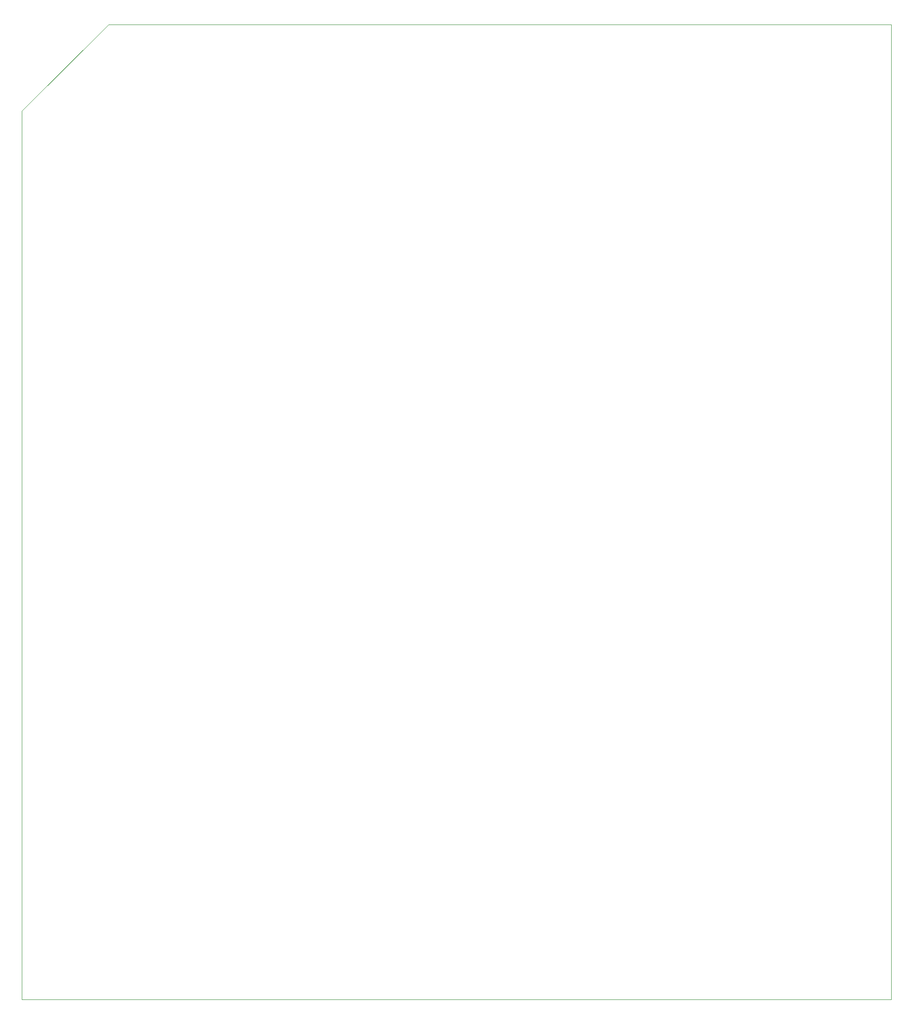
<source format=gm1>
G04 #@! TF.GenerationSoftware,KiCad,Pcbnew,8.0.5*
G04 #@! TF.CreationDate,2025-02-18T14:52:24-08:00*
G04 #@! TF.ProjectId,URBAN_CELL_BOARD,55524241-4e5f-4434-954c-4c5f424f4152,rev?*
G04 #@! TF.SameCoordinates,Original*
G04 #@! TF.FileFunction,Profile,NP*
%FSLAX46Y46*%
G04 Gerber Fmt 4.6, Leading zero omitted, Abs format (unit mm)*
G04 Created by KiCad (PCBNEW 8.0.5) date 2025-02-18 14:52:24*
%MOMM*%
%LPD*%
G01*
G04 APERTURE LIST*
G04 #@! TA.AperFunction,Profile*
%ADD10C,0.100000*%
G04 #@! TD*
G04 APERTURE END LIST*
D10*
X83879000Y-281584000D02*
X83879000Y-116121000D01*
X100000000Y-100000000D02*
X245879000Y-100000000D01*
X83879000Y-116121000D02*
X100000000Y-100000000D01*
X245879000Y-281584000D02*
X83879000Y-281584000D01*
X245879000Y-100000000D02*
X245879000Y-281584000D01*
M02*

</source>
